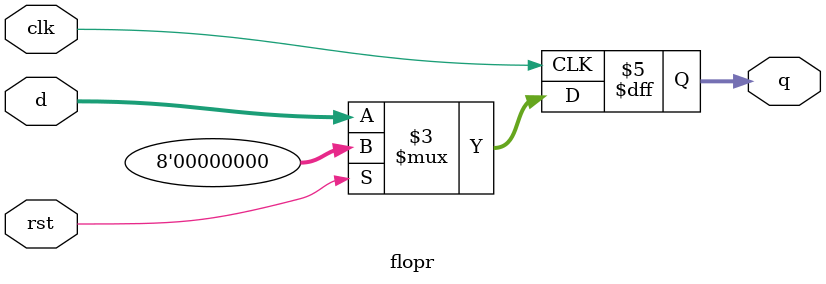
<source format=v>
`timescale 1ns / 1ps


module flopr #(
    parameter WIDTH = 8
) (
    input wire clk,
    rst,
    input wire [WIDTH-1:0] d,
    output reg [WIDTH-1:0] q
);
  always @(posedge clk) begin
    if (rst) begin
      q <= 0;
    end else begin
      q <= d;
    end
  end
endmodule

</source>
